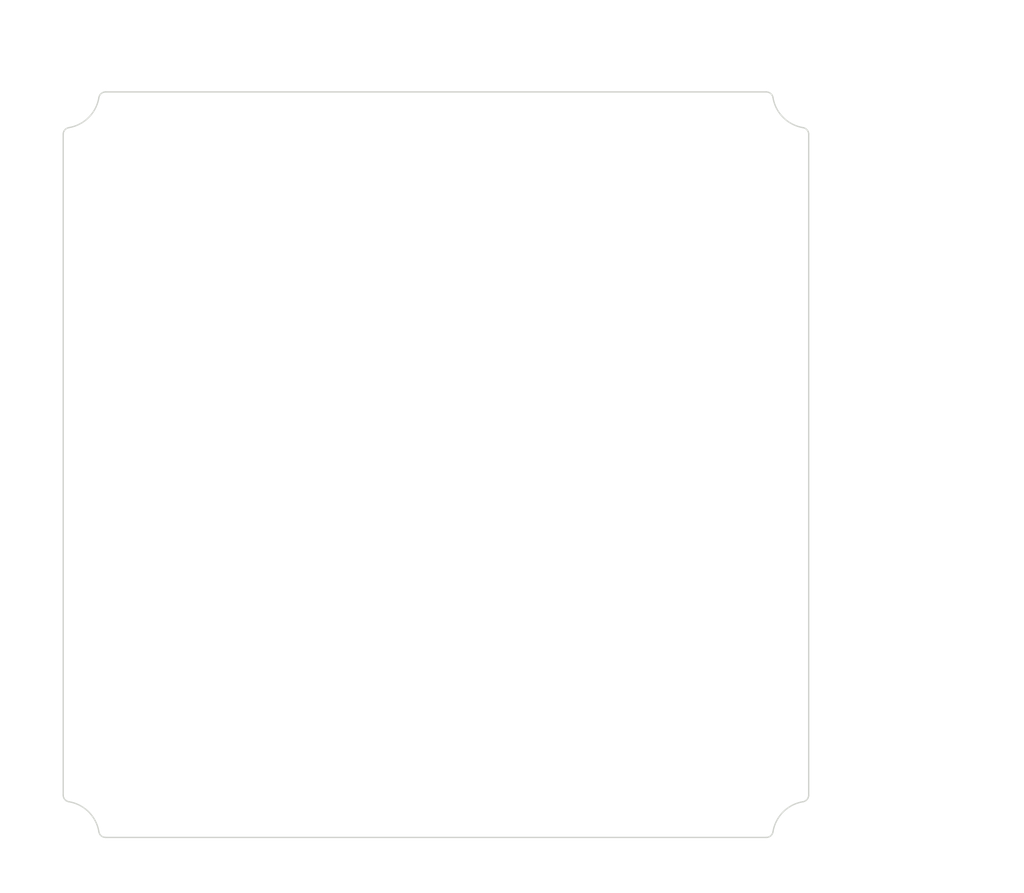
<source format=kicad_pcb>
(kicad_pcb (version 20171130) (host pcbnew "(5.1.0)-1")

  (general
    (thickness 1.6)
    (drawings 72)
    (tracks 0)
    (zones 0)
    (modules 0)
    (nets 1)
  )

  (page A4)
  (layers
    (0 F.Cu signal)
    (31 B.Cu signal)
    (32 B.Adhes user)
    (33 F.Adhes user)
    (34 B.Paste user)
    (35 F.Paste user)
    (36 B.SilkS user)
    (37 F.SilkS user)
    (38 B.Mask user)
    (39 F.Mask user)
    (40 Dwgs.User user)
    (41 Cmts.User user)
    (42 Eco1.User user)
    (43 Eco2.User user)
    (44 Edge.Cuts user)
    (45 Margin user)
    (46 B.CrtYd user)
    (47 F.CrtYd user)
    (48 B.Fab user)
    (49 F.Fab user)
  )

  (setup
    (last_trace_width 0.25)
    (trace_clearance 0.2)
    (zone_clearance 0.508)
    (zone_45_only no)
    (trace_min 0.2)
    (via_size 0.8)
    (via_drill 0.4)
    (via_min_size 0.4)
    (via_min_drill 0.3)
    (uvia_size 0.3)
    (uvia_drill 0.1)
    (uvias_allowed no)
    (uvia_min_size 0.2)
    (uvia_min_drill 0.1)
    (edge_width 0.05)
    (segment_width 0.2)
    (pcb_text_width 0.3)
    (pcb_text_size 1.5 1.5)
    (mod_edge_width 0.12)
    (mod_text_size 1 1)
    (mod_text_width 0.15)
    (pad_size 1.524 1.524)
    (pad_drill 0.762)
    (pad_to_mask_clearance 0.051)
    (solder_mask_min_width 0.25)
    (aux_axis_origin 0 0)
    (visible_elements FFFFFF7F)
    (pcbplotparams
      (layerselection 0x010fc_ffffffff)
      (usegerberextensions false)
      (usegerberattributes false)
      (usegerberadvancedattributes false)
      (creategerberjobfile false)
      (excludeedgelayer true)
      (linewidth 0.152400)
      (plotframeref false)
      (viasonmask false)
      (mode 1)
      (useauxorigin false)
      (hpglpennumber 1)
      (hpglpenspeed 20)
      (hpglpendiameter 15.000000)
      (psnegative false)
      (psa4output false)
      (plotreference true)
      (plotvalue true)
      (plotinvisibletext false)
      (padsonsilk false)
      (subtractmaskfromsilk false)
      (outputformat 1)
      (mirror false)
      (drillshape 1)
      (scaleselection 1)
      (outputdirectory ""))
  )

  (net 0 "")

  (net_class Default "This is the default net class."
    (clearance 0.2)
    (trace_width 0.25)
    (via_dia 0.8)
    (via_drill 0.4)
    (uvia_dia 0.3)
    (uvia_drill 0.1)
  )

  (gr_curve (pts (xy 87.381894 40.605327) (xy 87.279412 40.736607) (xy 87.210639 40.894013) (xy 87.183612 41.05734)) (layer Edge.Cuts) (width 0.2))
  (gr_curve (pts (xy 87.728413 40.323569) (xy 87.593798 40.389827) (xy 87.474272 40.486989) (xy 87.381894 40.605327)) (layer Edge.Cuts) (width 0.2))
  (gr_curve (pts (xy 87.994942 40.236234) (xy 87.902239 40.252713) (xy 87.812546 40.282158) (xy 87.728413 40.323569)) (layer Edge.Cuts) (width 0.2))
  (gr_curve (pts (xy 88.16996 40.2208) (xy 88.111669 40.2208) (xy 88.052881 40.225934) (xy 87.994942 40.236234)) (layer Edge.Cuts) (width 0.2))
  (gr_arc (start 81.861883 40.176698) (end 82.742525 45.498427) (angle -71.20763287) (layer Edge.Cuts) (width 0.2))
  (gr_curve (pts (xy 82.02781 46.006455) (xy 81.948136 46.152705) (xy 81.905984 46.319227) (xy 81.905984 46.484775)) (layer Edge.Cuts) (width 0.2))
  (gr_curve (pts (xy 82.32368 45.671905) (xy 82.201689 45.759251) (xy 82.099629 45.874623) (xy 82.02781 46.006455)) (layer Edge.Cuts) (width 0.2))
  (gr_curve (pts (xy 82.572374 45.542228) (xy 82.483606 45.57362) (xy 82.399924 45.617314) (xy 82.32368 45.671905)) (layer Edge.Cuts) (width 0.2))
  (gr_curve (pts (xy 82.742525 45.498427) (xy 82.685015 45.507944) (xy 82.627855 45.522608) (xy 82.572374 45.542228)) (layer Edge.Cuts) (width 0.2))
  (gr_line (start 81.905984 46.484775) (end 81.905984 144.16862) (layer Edge.Cuts) (width 0.2))
  (gr_curve (pts (xy 82.572374 145.111168) (xy 82.627855 145.130788) (xy 82.685015 145.145452) (xy 82.742525 145.154968)) (layer Edge.Cuts) (width 0.2))
  (gr_curve (pts (xy 82.32368 144.98149) (xy 82.399924 145.036081) (xy 82.483606 145.079775) (xy 82.572374 145.111168)) (layer Edge.Cuts) (width 0.2))
  (gr_curve (pts (xy 82.02781 144.646941) (xy 82.099629 144.778772) (xy 82.201689 144.894145) (xy 82.32368 144.98149)) (layer Edge.Cuts) (width 0.2))
  (gr_curve (pts (xy 81.905984 144.16862) (xy 81.905984 144.334168) (xy 81.948136 144.50069) (xy 82.02781 144.646941)) (layer Edge.Cuts) (width 0.2))
  (gr_arc (start 81.861883 150.476698) (end 87.183612 149.596055) (angle -71.20763287) (layer Edge.Cuts) (width 0.2))
  (gr_curve (pts (xy 87.994942 150.417162) (xy 88.052881 150.427461) (xy 88.111669 150.432596) (xy 88.16996 150.432596)) (layer Edge.Cuts) (width 0.2))
  (gr_curve (pts (xy 87.728413 150.329826) (xy 87.812546 150.371237) (xy 87.902239 150.400683) (xy 87.994942 150.417162)) (layer Edge.Cuts) (width 0.2))
  (gr_curve (pts (xy 87.381894 150.048069) (xy 87.474272 150.166406) (xy 87.593798 150.263569) (xy 87.728413 150.329826)) (layer Edge.Cuts) (width 0.2))
  (gr_curve (pts (xy 87.183612 149.596055) (xy 87.210639 149.759382) (xy 87.279412 149.916788) (xy 87.381894 150.048069)) (layer Edge.Cuts) (width 0.2))
  (gr_line (start 88.16996 150.432596) (end 185.853805 150.432596) (layer Edge.Cuts) (width 0.2))
  (gr_curve (pts (xy 186.796352 149.766206) (xy 186.815973 149.710726) (xy 186.830637 149.653565) (xy 186.840153 149.596055)) (layer Edge.Cuts) (width 0.2))
  (gr_curve (pts (xy 186.666675 150.014901) (xy 186.721266 149.938656) (xy 186.76496 149.854974) (xy 186.796352 149.766206)) (layer Edge.Cuts) (width 0.2))
  (gr_curve (pts (xy 186.332125 150.31077) (xy 186.463957 150.238951) (xy 186.579329 150.136891) (xy 186.666675 150.014901)) (layer Edge.Cuts) (width 0.2))
  (gr_curve (pts (xy 185.853805 150.432596) (xy 186.019353 150.432596) (xy 186.185875 150.390444) (xy 186.332125 150.31077)) (layer Edge.Cuts) (width 0.2))
  (gr_arc (start 192.161883 150.476698) (end 191.28124 145.154968) (angle -71.20763287) (layer Edge.Cuts) (width 0.2))
  (gr_curve (pts (xy 192.102346 144.343639) (xy 192.112646 144.2857) (xy 192.117781 144.226912) (xy 192.117781 144.16862)) (layer Edge.Cuts) (width 0.2))
  (gr_curve (pts (xy 192.015011 144.610168) (xy 192.056422 144.526034) (xy 192.085867 144.436341) (xy 192.102346 144.343639)) (layer Edge.Cuts) (width 0.2))
  (gr_curve (pts (xy 191.733254 144.956686) (xy 191.851591 144.864308) (xy 191.948753 144.744782) (xy 192.015011 144.610168)) (layer Edge.Cuts) (width 0.2))
  (gr_curve (pts (xy 191.28124 145.154968) (xy 191.444567 145.127941) (xy 191.601973 145.059168) (xy 191.733254 144.956686)) (layer Edge.Cuts) (width 0.2))
  (gr_line (start 192.117781 144.16862) (end 192.117781 46.484775) (layer Edge.Cuts) (width 0.2))
  (gr_curve (pts (xy 191.733254 45.696709) (xy 191.601973 45.594227) (xy 191.444567 45.525454) (xy 191.28124 45.498427)) (layer Edge.Cuts) (width 0.2))
  (gr_curve (pts (xy 192.015011 46.043228) (xy 191.948753 45.908613) (xy 191.851591 45.789087) (xy 191.733254 45.696709)) (layer Edge.Cuts) (width 0.2))
  (gr_curve (pts (xy 192.102346 46.309757) (xy 192.085867 46.217054) (xy 192.056422 46.127362) (xy 192.015011 46.043228)) (layer Edge.Cuts) (width 0.2))
  (gr_curve (pts (xy 192.117781 46.484775) (xy 192.117781 46.426484) (xy 192.112646 46.367696) (xy 192.102346 46.309757)) (layer Edge.Cuts) (width 0.2))
  (gr_arc (start 192.161883 40.176698) (end 186.840153 41.05734) (angle -71.20763287) (layer Edge.Cuts) (width 0.2))
  (gr_curve (pts (xy 186.332125 40.342625) (xy 186.185875 40.262951) (xy 186.019353 40.2208) (xy 185.853805 40.2208)) (layer Edge.Cuts) (width 0.2))
  (gr_curve (pts (xy 186.666675 40.638495) (xy 186.579329 40.516504) (xy 186.463957 40.414444) (xy 186.332125 40.342625)) (layer Edge.Cuts) (width 0.2))
  (gr_curve (pts (xy 186.796352 40.88719) (xy 186.76496 40.798421) (xy 186.721266 40.714739) (xy 186.666675 40.638495)) (layer Edge.Cuts) (width 0.2))
  (gr_curve (pts (xy 186.840153 41.05734) (xy 186.830637 40.999831) (xy 186.815973 40.94267) (xy 186.796352 40.88719)) (layer Edge.Cuts) (width 0.2))
  (gr_line (start 185.853805 40.2208) (end 88.16996 40.2208) (layer Edge.Cuts) (width 0.2))
  (gr_text [R0.04] (at 77.064784 157.267963) (layer Dwgs.User)
    (effects (font (size 1.7 1.53) (thickness 0.2125)))
  )
  (gr_text " R1.00" (at 77.064784 153.710528) (layer Dwgs.User)
    (effects (font (size 1.7 1.53) (thickness 0.2125)))
  )
  (gr_line (start 83.535555 155.378502) (end 86.325864 151.798715) (layer Dwgs.User) (width 0.2))
  (gr_line (start 81.535555 155.378502) (end 83.535555 155.378502) (layer Dwgs.User) (width 0.2))
  (gr_text [R0.21] (at 179.713973 145.118886) (layer Dwgs.User)
    (effects (font (size 1.7 1.53) (thickness 0.2125)))
  )
  (gr_text " R5.39" (at 179.713973 141.560871) (layer Dwgs.User)
    (effects (font (size 1.7 1.53) (thickness 0.2125)))
  )
  (gr_line (start 186.184744 143.229425) (end 187.457274 144.772366) (layer Dwgs.User) (width 0.2))
  (gr_line (start 184.184744 143.229425) (end 186.184744 143.229425) (layer Dwgs.User) (width 0.2))
  (gr_text [3.92] (at 137.214002 37.146536) (layer Dwgs.User)
    (effects (font (size 1.7 1.53) (thickness 0.2125)))
  )
  (gr_text " 99.66" (at 137.214002 33.589101) (layer Dwgs.User)
    (effects (font (size 1.7 1.53) (thickness 0.2125)))
  )
  (gr_line (start 184.840153 35.257075) (end 141.260932 35.257075) (layer Dwgs.User) (width 0.2))
  (gr_line (start 89.183612 35.257075) (end 133.167071 35.257075) (layer Dwgs.User) (width 0.2))
  (gr_line (start 186.840153 40.05734) (end 186.840153 32.082075) (layer Dwgs.User) (width 0.2))
  (gr_line (start 87.183612 40.05734) (end 87.183612 32.082075) (layer Dwgs.User) (width 0.2))
  (gr_text [3.92] (at 202.669544 117.073187) (layer Dwgs.User)
    (effects (font (size 1.7 1.53) (thickness 0.2125)))
  )
  (gr_text " 99.66" (at 202.669544 113.515752) (layer Dwgs.User)
    (effects (font (size 1.7 1.53) (thickness 0.2125)))
  )
  (gr_line (start 202.669544 47.498427) (end 202.669544 111.626291) (layer Dwgs.User) (width 0.2))
  (gr_line (start 202.669544 143.154968) (end 202.669544 118.741162) (layer Dwgs.User) (width 0.2))
  (gr_line (start 192.28124 45.498427) (end 205.844544 45.498427) (layer Dwgs.User) (width 0.2))
  (gr_line (start 192.28124 145.154968) (end 205.844544 145.154968) (layer Dwgs.User) (width 0.2))
  (gr_text [4.34] (at 130.578581 31.79506) (layer Dwgs.User)
    (effects (font (size 1.7 1.53) (thickness 0.2125)))
  )
  (gr_text " 110.21" (at 130.578581 28.237624) (layer Dwgs.User)
    (effects (font (size 1.7 1.53) (thickness 0.2125)))
  )
  (gr_line (start 190.117781 29.905598) (end 135.122408 29.905598) (layer Dwgs.User) (width 0.2))
  (gr_line (start 83.905984 29.905598) (end 126.034754 29.905598) (layer Dwgs.User) (width 0.2))
  (gr_line (start 192.117781 45.484775) (end 192.117781 26.730598) (layer Dwgs.User) (width 0.2))
  (gr_line (start 81.905984 45.484775) (end 81.905984 26.730598) (layer Dwgs.User) (width 0.2))
  (gr_text [4.34] (at 219.203615 119.15101) (layer Dwgs.User)
    (effects (font (size 1.7 1.53) (thickness 0.2125)))
  )
  (gr_text " 110.21" (at 219.203615 115.593574) (layer Dwgs.User)
    (effects (font (size 1.7 1.53) (thickness 0.2125)))
  )
  (gr_line (start 219.203615 42.2208) (end 219.203615 113.704113) (layer Dwgs.User) (width 0.2))
  (gr_line (start 219.203615 148.432596) (end 219.203615 120.818984) (layer Dwgs.User) (width 0.2))
  (gr_line (start 186.853805 40.2208) (end 222.378615 40.2208) (layer Dwgs.User) (width 0.2))
  (gr_line (start 186.853805 150.432596) (end 222.378615 150.432596) (layer Dwgs.User) (width 0.2))

)

</source>
